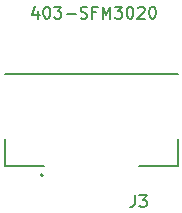
<source format=gbr>
G04 #@! TF.GenerationSoftware,KiCad,Pcbnew,5.1.12-84ad8e8a86~92~ubuntu20.04.1*
G04 #@! TF.CreationDate,2022-02-01T22:15:14-05:00*
G04 #@! TF.ProjectId,403SFM3020_sensor_module,34303353-464d-4333-9032-305f73656e73,rev?*
G04 #@! TF.SameCoordinates,Original*
G04 #@! TF.FileFunction,Legend,Top*
G04 #@! TF.FilePolarity,Positive*
%FSLAX46Y46*%
G04 Gerber Fmt 4.6, Leading zero omitted, Abs format (unit mm)*
G04 Created by KiCad (PCBNEW 5.1.12-84ad8e8a86~92~ubuntu20.04.1) date 2022-02-01 22:15:14*
%MOMM*%
%LPD*%
G01*
G04 APERTURE LIST*
%ADD10C,0.150000*%
%ADD11C,0.127000*%
%ADD12C,0.200000*%
G04 APERTURE END LIST*
D10*
X108278095Y-34515714D02*
X108278095Y-35182380D01*
X108040000Y-34134761D02*
X107801904Y-34849047D01*
X108420952Y-34849047D01*
X108992380Y-34182380D02*
X109087619Y-34182380D01*
X109182857Y-34230000D01*
X109230476Y-34277619D01*
X109278095Y-34372857D01*
X109325714Y-34563333D01*
X109325714Y-34801428D01*
X109278095Y-34991904D01*
X109230476Y-35087142D01*
X109182857Y-35134761D01*
X109087619Y-35182380D01*
X108992380Y-35182380D01*
X108897142Y-35134761D01*
X108849523Y-35087142D01*
X108801904Y-34991904D01*
X108754285Y-34801428D01*
X108754285Y-34563333D01*
X108801904Y-34372857D01*
X108849523Y-34277619D01*
X108897142Y-34230000D01*
X108992380Y-34182380D01*
X109659047Y-34182380D02*
X110278095Y-34182380D01*
X109944761Y-34563333D01*
X110087619Y-34563333D01*
X110182857Y-34610952D01*
X110230476Y-34658571D01*
X110278095Y-34753809D01*
X110278095Y-34991904D01*
X110230476Y-35087142D01*
X110182857Y-35134761D01*
X110087619Y-35182380D01*
X109801904Y-35182380D01*
X109706666Y-35134761D01*
X109659047Y-35087142D01*
X110706666Y-34801428D02*
X111468571Y-34801428D01*
X111897142Y-35134761D02*
X112040000Y-35182380D01*
X112278095Y-35182380D01*
X112373333Y-35134761D01*
X112420952Y-35087142D01*
X112468571Y-34991904D01*
X112468571Y-34896666D01*
X112420952Y-34801428D01*
X112373333Y-34753809D01*
X112278095Y-34706190D01*
X112087619Y-34658571D01*
X111992380Y-34610952D01*
X111944761Y-34563333D01*
X111897142Y-34468095D01*
X111897142Y-34372857D01*
X111944761Y-34277619D01*
X111992380Y-34230000D01*
X112087619Y-34182380D01*
X112325714Y-34182380D01*
X112468571Y-34230000D01*
X113230476Y-34658571D02*
X112897142Y-34658571D01*
X112897142Y-35182380D02*
X112897142Y-34182380D01*
X113373333Y-34182380D01*
X113754285Y-35182380D02*
X113754285Y-34182380D01*
X114087619Y-34896666D01*
X114420952Y-34182380D01*
X114420952Y-35182380D01*
X114801904Y-34182380D02*
X115420952Y-34182380D01*
X115087619Y-34563333D01*
X115230476Y-34563333D01*
X115325714Y-34610952D01*
X115373333Y-34658571D01*
X115420952Y-34753809D01*
X115420952Y-34991904D01*
X115373333Y-35087142D01*
X115325714Y-35134761D01*
X115230476Y-35182380D01*
X114944761Y-35182380D01*
X114849523Y-35134761D01*
X114801904Y-35087142D01*
X116040000Y-34182380D02*
X116135238Y-34182380D01*
X116230476Y-34230000D01*
X116278095Y-34277619D01*
X116325714Y-34372857D01*
X116373333Y-34563333D01*
X116373333Y-34801428D01*
X116325714Y-34991904D01*
X116278095Y-35087142D01*
X116230476Y-35134761D01*
X116135238Y-35182380D01*
X116040000Y-35182380D01*
X115944761Y-35134761D01*
X115897142Y-35087142D01*
X115849523Y-34991904D01*
X115801904Y-34801428D01*
X115801904Y-34563333D01*
X115849523Y-34372857D01*
X115897142Y-34277619D01*
X115944761Y-34230000D01*
X116040000Y-34182380D01*
X116754285Y-34277619D02*
X116801904Y-34230000D01*
X116897142Y-34182380D01*
X117135238Y-34182380D01*
X117230476Y-34230000D01*
X117278095Y-34277619D01*
X117325714Y-34372857D01*
X117325714Y-34468095D01*
X117278095Y-34610952D01*
X116706666Y-35182380D01*
X117325714Y-35182380D01*
X117944761Y-34182380D02*
X118040000Y-34182380D01*
X118135238Y-34230000D01*
X118182857Y-34277619D01*
X118230476Y-34372857D01*
X118278095Y-34563333D01*
X118278095Y-34801428D01*
X118230476Y-34991904D01*
X118182857Y-35087142D01*
X118135238Y-35134761D01*
X118040000Y-35182380D01*
X117944761Y-35182380D01*
X117849523Y-35134761D01*
X117801904Y-35087142D01*
X117754285Y-34991904D01*
X117706666Y-34801428D01*
X117706666Y-34563333D01*
X117754285Y-34372857D01*
X117801904Y-34277619D01*
X117849523Y-34230000D01*
X117944761Y-34182380D01*
D11*
X105506480Y-39872460D02*
X120106480Y-39872460D01*
X105506480Y-47672460D02*
X105506480Y-45352460D01*
X108806480Y-47672460D02*
X105506480Y-47672460D01*
X120106480Y-47672460D02*
X116806480Y-47672460D01*
X120106480Y-45352460D02*
X120106480Y-47672460D01*
D12*
X108706480Y-48452460D02*
G75*
G03*
X108706480Y-48452460I-100000J0D01*
G01*
D10*
X116498146Y-50139840D02*
X116498146Y-50854126D01*
X116450527Y-50996983D01*
X116355289Y-51092221D01*
X116212432Y-51139840D01*
X116117194Y-51139840D01*
X116879099Y-50139840D02*
X117498146Y-50139840D01*
X117164813Y-50520793D01*
X117307670Y-50520793D01*
X117402908Y-50568412D01*
X117450527Y-50616031D01*
X117498146Y-50711269D01*
X117498146Y-50949364D01*
X117450527Y-51044602D01*
X117402908Y-51092221D01*
X117307670Y-51139840D01*
X117021956Y-51139840D01*
X116926718Y-51092221D01*
X116879099Y-51044602D01*
M02*

</source>
